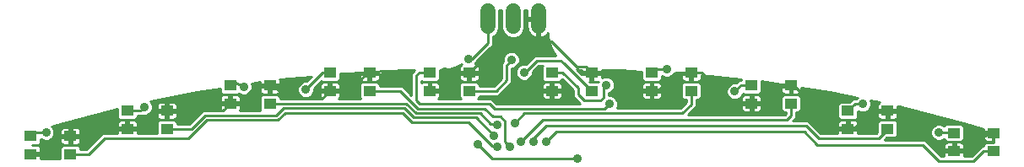
<source format=gbl>
G75*
%MOIN*%
%OFA0B0*%
%FSLAX25Y25*%
%IPPOS*%
%LPD*%
%AMOC8*
5,1,8,0,0,1.08239X$1,22.5*
%
%ADD10R,0.05000X0.03937*%
%ADD11C,0.06000*%
%ADD12C,0.03569*%
%ADD13C,0.01000*%
D10*
X0014768Y0026146D03*
X0030398Y0026106D03*
X0030398Y0033232D03*
X0014768Y0033232D03*
X0052898Y0036146D03*
X0068528Y0036106D03*
X0068528Y0043232D03*
X0052898Y0043232D03*
X0093528Y0046146D03*
X0109157Y0046106D03*
X0132907Y0051146D03*
X0148537Y0051106D03*
X0172287Y0051146D03*
X0187917Y0051106D03*
X0187917Y0058232D03*
X0172287Y0058232D03*
X0148537Y0058232D03*
X0132907Y0058232D03*
X0109157Y0053232D03*
X0093528Y0053232D03*
X0220575Y0051146D03*
X0236205Y0051106D03*
X0259955Y0051146D03*
X0275585Y0051106D03*
X0299335Y0053232D03*
X0314965Y0053232D03*
X0314965Y0046106D03*
X0299335Y0046146D03*
X0337465Y0043232D03*
X0353094Y0043232D03*
X0353094Y0036106D03*
X0337465Y0036146D03*
X0379344Y0034482D03*
X0394974Y0034482D03*
X0394974Y0027356D03*
X0379344Y0027396D03*
X0275585Y0058232D03*
X0259955Y0058232D03*
X0236205Y0058232D03*
X0220575Y0058232D03*
D11*
X0215255Y0076599D02*
X0215255Y0082599D01*
X0205255Y0082599D02*
X0205255Y0076599D01*
X0195255Y0076599D02*
X0195255Y0082599D01*
D12*
X0208911Y0070619D03*
X0204581Y0063439D03*
X0187661Y0063744D03*
X0178286Y0058744D03*
X0209581Y0058439D03*
X0227036Y0050619D03*
X0242081Y0053439D03*
X0243331Y0045939D03*
X0205831Y0038439D03*
X0198956Y0037814D03*
X0197706Y0033439D03*
X0208331Y0030939D03*
X0213331Y0030939D03*
X0218331Y0030939D03*
X0203956Y0029064D03*
X0198956Y0029064D03*
X0191411Y0029994D03*
X0230786Y0024369D03*
X0140161Y0050619D03*
X0123331Y0051564D03*
X0098862Y0052720D03*
X0059581Y0044689D03*
X0020831Y0034689D03*
X0265831Y0059689D03*
X0292706Y0050939D03*
X0343331Y0045939D03*
X0373331Y0034689D03*
D13*
X0018768Y0025661D02*
X0018768Y0024217D01*
X0026398Y0024217D01*
X0026398Y0028696D01*
X0027276Y0029575D01*
X0033519Y0029575D01*
X0034398Y0028696D01*
X0034398Y0028106D01*
X0036695Y0028106D01*
X0041911Y0033323D01*
X0043083Y0034494D01*
X0048898Y0034494D01*
X0048898Y0035661D01*
X0052413Y0035661D01*
X0052413Y0036630D01*
X0048898Y0036630D01*
X0048898Y0038312D01*
X0049000Y0038693D01*
X0049197Y0039035D01*
X0049477Y0039314D01*
X0049819Y0039512D01*
X0050200Y0039614D01*
X0052413Y0039614D01*
X0052413Y0036630D01*
X0053382Y0036630D01*
X0056898Y0036630D01*
X0056898Y0038312D01*
X0056795Y0038693D01*
X0056598Y0039035D01*
X0056319Y0039314D01*
X0055977Y0039512D01*
X0055595Y0039614D01*
X0053382Y0039614D01*
X0053382Y0036630D01*
X0053382Y0035661D01*
X0056898Y0035661D01*
X0056898Y0034494D01*
X0064528Y0034494D01*
X0064528Y0038696D01*
X0065406Y0039575D01*
X0071649Y0039575D01*
X0072528Y0038696D01*
X0072528Y0038106D01*
X0077320Y0038106D01*
X0081475Y0042261D01*
X0082646Y0043432D01*
X0089726Y0043432D01*
X0089630Y0043598D01*
X0089528Y0043980D01*
X0089528Y0045661D01*
X0093043Y0045661D01*
X0093043Y0046630D01*
X0089528Y0046630D01*
X0089528Y0048312D01*
X0089630Y0048693D01*
X0089827Y0049035D01*
X0090107Y0049314D01*
X0090449Y0049512D01*
X0090830Y0049614D01*
X0093043Y0049614D01*
X0093043Y0046630D01*
X0094012Y0046630D01*
X0097528Y0046630D01*
X0097528Y0048312D01*
X0097425Y0048693D01*
X0097228Y0049035D01*
X0096949Y0049314D01*
X0096607Y0049512D01*
X0096225Y0049614D01*
X0094012Y0049614D01*
X0094012Y0046630D01*
X0094012Y0045661D01*
X0097528Y0045661D01*
X0097528Y0043980D01*
X0097425Y0043598D01*
X0097330Y0043432D01*
X0105242Y0043432D01*
X0105157Y0043516D01*
X0105157Y0048696D01*
X0106036Y0049575D01*
X0112279Y0049575D01*
X0113157Y0048696D01*
X0113157Y0048106D01*
X0129357Y0048106D01*
X0129207Y0048256D01*
X0129010Y0048598D01*
X0128907Y0048980D01*
X0128907Y0050661D01*
X0132423Y0050661D01*
X0132423Y0051630D01*
X0128907Y0051630D01*
X0128907Y0053312D01*
X0129010Y0053693D01*
X0129207Y0054035D01*
X0129486Y0054314D01*
X0129828Y0054512D01*
X0130210Y0054614D01*
X0132423Y0054614D01*
X0132423Y0051630D01*
X0133392Y0051630D01*
X0136907Y0051630D01*
X0136907Y0053312D01*
X0136805Y0053693D01*
X0136608Y0054035D01*
X0136328Y0054314D01*
X0135986Y0054512D01*
X0135605Y0054614D01*
X0133392Y0054614D01*
X0133392Y0051630D01*
X0133392Y0050661D01*
X0136907Y0050661D01*
X0136907Y0048980D01*
X0136805Y0048598D01*
X0136608Y0048256D01*
X0136458Y0048106D01*
X0144948Y0048106D01*
X0144537Y0048516D01*
X0144537Y0053696D01*
X0145416Y0054575D01*
X0151659Y0054575D01*
X0152537Y0053696D01*
X0152537Y0053106D01*
X0161446Y0053106D01*
X0162618Y0051935D01*
X0165081Y0049472D01*
X0165081Y0058017D01*
X0166323Y0059259D01*
X0162830Y0059215D01*
X0149022Y0058507D01*
X0149022Y0057748D01*
X0152537Y0057748D01*
X0152537Y0056066D01*
X0152435Y0055685D01*
X0152238Y0055343D01*
X0151958Y0055063D01*
X0151616Y0054866D01*
X0151235Y0054764D01*
X0149022Y0054764D01*
X0149022Y0057748D01*
X0148053Y0057748D01*
X0144537Y0057748D01*
X0144537Y0056066D01*
X0144640Y0055685D01*
X0144837Y0055343D01*
X0145116Y0055063D01*
X0145458Y0054866D01*
X0145840Y0054764D01*
X0148053Y0054764D01*
X0148053Y0057748D01*
X0148053Y0058458D01*
X0136907Y0057887D01*
X0136907Y0055642D01*
X0136029Y0054764D01*
X0129786Y0054764D01*
X0129573Y0054977D01*
X0126615Y0052020D01*
X0126615Y0050911D01*
X0126115Y0049704D01*
X0125191Y0048780D01*
X0123984Y0048280D01*
X0122677Y0048280D01*
X0121470Y0048780D01*
X0120546Y0049704D01*
X0120046Y0050911D01*
X0120046Y0052217D01*
X0120546Y0053424D01*
X0121470Y0054348D01*
X0122677Y0054848D01*
X0123787Y0054848D01*
X0125773Y0056834D01*
X0113121Y0055535D01*
X0113157Y0055398D01*
X0113157Y0053717D01*
X0109642Y0053717D01*
X0109642Y0052748D01*
X0113157Y0052748D01*
X0113157Y0051066D01*
X0113055Y0050685D01*
X0112858Y0050343D01*
X0112578Y0050063D01*
X0112236Y0049866D01*
X0111855Y0049764D01*
X0109642Y0049764D01*
X0109642Y0052748D01*
X0108673Y0052748D01*
X0105157Y0052748D01*
X0105157Y0051066D01*
X0105260Y0050685D01*
X0105457Y0050343D01*
X0105736Y0050063D01*
X0106078Y0049866D01*
X0106460Y0049764D01*
X0108673Y0049764D01*
X0108673Y0052748D01*
X0108673Y0053717D01*
X0105157Y0053717D01*
X0105157Y0054592D01*
X0101853Y0054081D01*
X0102146Y0053374D01*
X0102146Y0052067D01*
X0101646Y0050860D01*
X0100723Y0049936D01*
X0099515Y0049436D01*
X0098209Y0049436D01*
X0097002Y0049936D01*
X0096912Y0050026D01*
X0096649Y0049764D01*
X0090406Y0049764D01*
X0089528Y0050642D01*
X0089528Y0052173D01*
X0080139Y0050721D01*
X0061967Y0046947D01*
X0062365Y0046549D01*
X0062865Y0045342D01*
X0062865Y0044036D01*
X0062365Y0042829D01*
X0061441Y0041905D01*
X0060234Y0041405D01*
X0059125Y0041405D01*
X0058952Y0041232D01*
X0056898Y0041232D01*
X0056898Y0040642D01*
X0056019Y0039764D01*
X0049776Y0039764D01*
X0048898Y0040642D01*
X0048898Y0044013D01*
X0026156Y0038063D01*
X0023045Y0037120D01*
X0023615Y0036549D01*
X0024115Y0035342D01*
X0024115Y0034036D01*
X0023615Y0032829D01*
X0022691Y0031905D01*
X0021484Y0031405D01*
X0020177Y0031405D01*
X0018970Y0031905D01*
X0018768Y0032107D01*
X0018768Y0030642D01*
X0017889Y0029764D01*
X0015358Y0029764D01*
X0015358Y0029614D01*
X0017465Y0029614D01*
X0017847Y0029512D01*
X0018189Y0029314D01*
X0018468Y0029035D01*
X0018665Y0028693D01*
X0018768Y0028312D01*
X0018768Y0026630D01*
X0015358Y0026630D01*
X0015358Y0025661D01*
X0018768Y0025661D01*
X0018537Y0026146D02*
X0025831Y0033439D01*
X0030191Y0033439D01*
X0030398Y0033232D01*
X0039374Y0033232D01*
X0042081Y0035939D01*
X0052691Y0035939D01*
X0052898Y0036146D01*
X0057287Y0036146D01*
X0064581Y0043439D01*
X0068321Y0043439D01*
X0068528Y0043232D01*
X0090614Y0043232D01*
X0093528Y0046146D01*
X0097287Y0046146D01*
X0104581Y0053439D01*
X0108951Y0053439D01*
X0109157Y0053232D01*
X0110673Y0053232D01*
X0115999Y0047906D01*
X0129668Y0047906D01*
X0132907Y0051146D01*
X0136037Y0051146D01*
X0143331Y0058439D01*
X0148331Y0058439D01*
X0148537Y0058232D01*
X0147775Y0058232D01*
X0140161Y0050619D01*
X0136907Y0049743D02*
X0144537Y0049743D01*
X0144537Y0050741D02*
X0133392Y0050741D01*
X0132423Y0050741D02*
X0126545Y0050741D01*
X0126615Y0051740D02*
X0128907Y0051740D01*
X0128907Y0052738D02*
X0127333Y0052738D01*
X0128332Y0053737D02*
X0129035Y0053737D01*
X0129330Y0054735D02*
X0165081Y0054735D01*
X0165081Y0053737D02*
X0152497Y0053737D01*
X0152448Y0055734D02*
X0165081Y0055734D01*
X0165081Y0056732D02*
X0152537Y0056732D01*
X0152537Y0057731D02*
X0165081Y0057731D01*
X0165793Y0058729D02*
X0153353Y0058729D01*
X0149022Y0057731D02*
X0148053Y0057731D01*
X0148053Y0056732D02*
X0149022Y0056732D01*
X0149022Y0055734D02*
X0148053Y0055734D01*
X0144627Y0055734D02*
X0136907Y0055734D01*
X0136907Y0056732D02*
X0144537Y0056732D01*
X0144537Y0057731D02*
X0136907Y0057731D01*
X0132907Y0058232D02*
X0129999Y0058232D01*
X0123331Y0051564D01*
X0120046Y0051740D02*
X0113157Y0051740D01*
X0113157Y0052738D02*
X0120262Y0052738D01*
X0120859Y0053737D02*
X0113157Y0053737D01*
X0113157Y0054735D02*
X0122404Y0054735D01*
X0124672Y0055734D02*
X0115058Y0055734D01*
X0124778Y0056732D02*
X0125671Y0056732D01*
X0132423Y0053737D02*
X0133392Y0053737D01*
X0133392Y0052738D02*
X0132423Y0052738D01*
X0132423Y0051740D02*
X0133392Y0051740D01*
X0136907Y0051740D02*
X0144537Y0051740D01*
X0144537Y0052738D02*
X0136907Y0052738D01*
X0136780Y0053737D02*
X0144578Y0053737D01*
X0148537Y0051106D02*
X0160618Y0051106D01*
X0167585Y0044139D01*
X0194029Y0044139D01*
X0197270Y0040898D01*
X0200233Y0040898D01*
X0202040Y0039092D01*
X0202040Y0030980D01*
X0203956Y0029064D01*
X0199276Y0029369D02*
X0198956Y0029064D01*
X0199276Y0029369D02*
X0197036Y0029369D01*
X0187667Y0038739D01*
X0165348Y0038739D01*
X0161581Y0042506D01*
X0115219Y0042506D01*
X0112345Y0039632D01*
X0084220Y0039632D01*
X0077082Y0032494D01*
X0043911Y0032494D01*
X0037524Y0026106D01*
X0030398Y0026106D01*
X0026398Y0025778D02*
X0015358Y0025778D01*
X0014768Y0026146D02*
X0018537Y0026146D01*
X0018768Y0026777D02*
X0026398Y0026777D01*
X0026398Y0027775D02*
X0018768Y0027775D01*
X0018619Y0028774D02*
X0026475Y0028774D01*
X0027319Y0029866D02*
X0027700Y0029764D01*
X0029913Y0029764D01*
X0029913Y0032748D01*
X0026398Y0032748D01*
X0026398Y0031066D01*
X0026500Y0030685D01*
X0026697Y0030343D01*
X0026977Y0030063D01*
X0027319Y0029866D01*
X0027668Y0029772D02*
X0017898Y0029772D01*
X0018768Y0030771D02*
X0026477Y0030771D01*
X0026398Y0031769D02*
X0022364Y0031769D01*
X0023554Y0032768D02*
X0029913Y0032768D01*
X0029913Y0032748D02*
X0029913Y0033717D01*
X0029913Y0036701D01*
X0027700Y0036701D01*
X0027319Y0036599D01*
X0026977Y0036401D01*
X0026697Y0036122D01*
X0026500Y0035780D01*
X0026398Y0035398D01*
X0026398Y0033717D01*
X0029913Y0033717D01*
X0030882Y0033717D01*
X0030882Y0036701D01*
X0033095Y0036701D01*
X0033477Y0036599D01*
X0033819Y0036401D01*
X0034098Y0036122D01*
X0034295Y0035780D01*
X0034398Y0035398D01*
X0034398Y0033717D01*
X0030882Y0033717D01*
X0030882Y0032748D01*
X0034398Y0032748D01*
X0034398Y0031066D01*
X0034295Y0030685D01*
X0034098Y0030343D01*
X0033819Y0030063D01*
X0033477Y0029866D01*
X0033095Y0029764D01*
X0030882Y0029764D01*
X0030882Y0032748D01*
X0029913Y0032748D01*
X0030882Y0032768D02*
X0041357Y0032768D01*
X0042355Y0033766D02*
X0034398Y0033766D01*
X0034398Y0034765D02*
X0048898Y0034765D01*
X0052413Y0035763D02*
X0034300Y0035763D01*
X0030882Y0035763D02*
X0029913Y0035763D01*
X0029913Y0034765D02*
X0030882Y0034765D01*
X0030882Y0033766D02*
X0029913Y0033766D01*
X0026398Y0033766D02*
X0024003Y0033766D01*
X0024115Y0034765D02*
X0026398Y0034765D01*
X0026495Y0035763D02*
X0023940Y0035763D01*
X0023402Y0036762D02*
X0048898Y0036762D01*
X0048898Y0037760D02*
X0025159Y0037760D01*
X0028817Y0038759D02*
X0049038Y0038759D01*
X0052413Y0038759D02*
X0053382Y0038759D01*
X0053382Y0037760D02*
X0052413Y0037760D01*
X0052413Y0036762D02*
X0053382Y0036762D01*
X0053382Y0035763D02*
X0064528Y0035763D01*
X0064528Y0034765D02*
X0056898Y0034765D01*
X0056898Y0036762D02*
X0064528Y0036762D01*
X0064528Y0037760D02*
X0056898Y0037760D01*
X0056757Y0038759D02*
X0064590Y0038759D01*
X0065449Y0039866D02*
X0065830Y0039764D01*
X0068043Y0039764D01*
X0068043Y0042748D01*
X0064528Y0042748D01*
X0064528Y0041066D01*
X0064630Y0040685D01*
X0064827Y0040343D01*
X0065107Y0040063D01*
X0065449Y0039866D01*
X0064611Y0040756D02*
X0056898Y0040756D01*
X0061078Y0041755D02*
X0064528Y0041755D01*
X0062289Y0042753D02*
X0068043Y0042753D01*
X0068043Y0042748D02*
X0068043Y0043717D01*
X0068043Y0046701D01*
X0065830Y0046701D01*
X0065449Y0046599D01*
X0065107Y0046401D01*
X0064827Y0046122D01*
X0064630Y0045780D01*
X0064528Y0045398D01*
X0064528Y0043717D01*
X0068043Y0043717D01*
X0069012Y0043717D01*
X0069012Y0046701D01*
X0071225Y0046701D01*
X0071607Y0046599D01*
X0071949Y0046401D01*
X0072228Y0046122D01*
X0072425Y0045780D01*
X0072528Y0045398D01*
X0072528Y0043717D01*
X0069012Y0043717D01*
X0069012Y0042748D01*
X0072528Y0042748D01*
X0072528Y0041066D01*
X0072425Y0040685D01*
X0072228Y0040343D01*
X0071949Y0040063D01*
X0071607Y0039866D01*
X0071225Y0039764D01*
X0069012Y0039764D01*
X0069012Y0042748D01*
X0068043Y0042748D01*
X0069012Y0042753D02*
X0081967Y0042753D01*
X0080968Y0041755D02*
X0072528Y0041755D01*
X0072444Y0040756D02*
X0079970Y0040756D01*
X0078971Y0039757D02*
X0032633Y0039757D01*
X0036450Y0040756D02*
X0048898Y0040756D01*
X0048898Y0041755D02*
X0040266Y0041755D01*
X0044082Y0042753D02*
X0048898Y0042753D01*
X0048898Y0043752D02*
X0047899Y0043752D01*
X0052898Y0043232D02*
X0058124Y0043232D01*
X0059581Y0044689D01*
X0062865Y0044750D02*
X0064528Y0044750D01*
X0064528Y0043752D02*
X0062747Y0043752D01*
X0062697Y0045749D02*
X0064621Y0045749D01*
X0062167Y0046747D02*
X0089528Y0046747D01*
X0089528Y0047746D02*
X0065811Y0047746D01*
X0068043Y0045749D02*
X0069012Y0045749D01*
X0069012Y0044750D02*
X0068043Y0044750D01*
X0068043Y0043752D02*
X0069012Y0043752D01*
X0072528Y0043752D02*
X0089589Y0043752D01*
X0089528Y0044750D02*
X0072528Y0044750D01*
X0072434Y0045749D02*
X0093043Y0045749D01*
X0094012Y0045749D02*
X0105157Y0045749D01*
X0105157Y0046747D02*
X0097528Y0046747D01*
X0097528Y0047746D02*
X0105157Y0047746D01*
X0109157Y0046106D02*
X0163072Y0046106D01*
X0166840Y0042339D01*
X0192192Y0042339D01*
X0196411Y0038119D01*
X0198651Y0038119D01*
X0198956Y0037814D01*
X0205831Y0038439D02*
X0209581Y0042189D01*
X0272081Y0042189D01*
X0275585Y0045693D01*
X0275585Y0051106D01*
X0279585Y0050741D02*
X0289421Y0050741D01*
X0289421Y0050286D02*
X0289421Y0051592D01*
X0289921Y0052799D01*
X0290845Y0053723D01*
X0292052Y0054223D01*
X0293162Y0054223D01*
X0294377Y0055439D01*
X0295335Y0055439D01*
X0295335Y0055743D01*
X0279585Y0057361D01*
X0279585Y0056066D01*
X0279482Y0055685D01*
X0279285Y0055343D01*
X0279006Y0055063D01*
X0278664Y0054866D01*
X0278282Y0054764D01*
X0276069Y0054764D01*
X0276069Y0057722D01*
X0275813Y0057748D01*
X0275100Y0057748D01*
X0271585Y0057748D01*
X0271585Y0056066D01*
X0271687Y0055685D01*
X0271884Y0055343D01*
X0272164Y0055063D01*
X0272506Y0054866D01*
X0272887Y0054764D01*
X0275100Y0054764D01*
X0275100Y0057748D01*
X0275100Y0057809D01*
X0268742Y0058134D01*
X0268615Y0057829D01*
X0267691Y0056905D01*
X0266484Y0056405D01*
X0265177Y0056405D01*
X0263970Y0056905D01*
X0263955Y0056920D01*
X0263955Y0055642D01*
X0263076Y0054764D01*
X0256833Y0054764D01*
X0255955Y0055642D01*
X0255955Y0058789D01*
X0247650Y0059215D01*
X0240205Y0059310D01*
X0240205Y0058717D01*
X0236689Y0058717D01*
X0236689Y0057748D01*
X0236689Y0054764D01*
X0238902Y0054764D01*
X0239096Y0054816D01*
X0238996Y0054575D01*
X0235565Y0054575D01*
X0235376Y0054764D01*
X0235720Y0054764D01*
X0235720Y0057748D01*
X0232391Y0057748D01*
X0230356Y0059783D01*
X0231816Y0059392D01*
X0232205Y0059392D01*
X0232205Y0058717D01*
X0235720Y0058717D01*
X0235720Y0057748D01*
X0236689Y0057748D01*
X0240205Y0057748D01*
X0240205Y0056208D01*
X0240220Y0056223D01*
X0241427Y0056723D01*
X0242734Y0056723D01*
X0243941Y0056223D01*
X0244865Y0055299D01*
X0245365Y0054092D01*
X0245365Y0052786D01*
X0244865Y0051579D01*
X0243941Y0050655D01*
X0242831Y0050195D01*
X0242831Y0049223D01*
X0243984Y0049223D01*
X0245191Y0048723D01*
X0246115Y0047799D01*
X0246615Y0046592D01*
X0246615Y0045286D01*
X0246161Y0044189D01*
X0271252Y0044189D01*
X0273585Y0046521D01*
X0273585Y0047638D01*
X0272463Y0047638D01*
X0271585Y0048516D01*
X0271585Y0053696D01*
X0272463Y0054575D01*
X0278706Y0054575D01*
X0279585Y0053696D01*
X0279585Y0048516D01*
X0278706Y0047638D01*
X0277585Y0047638D01*
X0277585Y0044864D01*
X0274409Y0041689D01*
X0312502Y0041689D01*
X0312965Y0042151D01*
X0312965Y0042638D01*
X0311843Y0042638D01*
X0310965Y0043516D01*
X0310965Y0048696D01*
X0311843Y0049575D01*
X0318086Y0049575D01*
X0318965Y0048696D01*
X0318965Y0043516D01*
X0318086Y0042638D01*
X0316965Y0042638D01*
X0316965Y0040494D01*
X0315659Y0039189D01*
X0321659Y0039189D01*
X0322831Y0038017D01*
X0322831Y0038017D01*
X0326659Y0034189D01*
X0333465Y0034189D01*
X0333465Y0035661D01*
X0336980Y0035661D01*
X0336980Y0036630D01*
X0333465Y0036630D01*
X0333465Y0038312D01*
X0333567Y0038693D01*
X0333764Y0039035D01*
X0334044Y0039314D01*
X0334386Y0039512D01*
X0334767Y0039614D01*
X0336980Y0039614D01*
X0336980Y0036630D01*
X0337949Y0036630D01*
X0341465Y0036630D01*
X0341465Y0038312D01*
X0341362Y0038693D01*
X0341165Y0039035D01*
X0340886Y0039314D01*
X0340544Y0039512D01*
X0340162Y0039614D01*
X0337949Y0039614D01*
X0337949Y0036630D01*
X0337949Y0035661D01*
X0341465Y0035661D01*
X0341465Y0034189D01*
X0348752Y0034189D01*
X0349094Y0034531D01*
X0349094Y0038696D01*
X0349973Y0039575D01*
X0356216Y0039575D01*
X0357094Y0038696D01*
X0357094Y0033516D01*
X0356216Y0032638D01*
X0352858Y0032638D01*
X0352742Y0032522D01*
X0352742Y0032522D01*
X0351909Y0031689D01*
X0367909Y0031689D01*
X0369081Y0030517D01*
X0374159Y0025439D01*
X0375344Y0025439D01*
X0375344Y0026911D01*
X0378860Y0026911D01*
X0378860Y0027880D01*
X0375344Y0027880D01*
X0375344Y0029562D01*
X0375447Y0029943D01*
X0375644Y0030285D01*
X0375923Y0030564D01*
X0376266Y0030762D01*
X0376647Y0030864D01*
X0378860Y0030864D01*
X0378860Y0027880D01*
X0379829Y0027880D01*
X0383344Y0027880D01*
X0383344Y0029562D01*
X0383242Y0029943D01*
X0383045Y0030285D01*
X0382766Y0030564D01*
X0382423Y0030762D01*
X0382042Y0030864D01*
X0379829Y0030864D01*
X0379829Y0027880D01*
X0379829Y0026911D01*
X0383344Y0026911D01*
X0383344Y0025439D01*
X0386252Y0025439D01*
X0390170Y0029356D01*
X0390974Y0029356D01*
X0390974Y0029946D01*
X0391853Y0030825D01*
X0395122Y0030825D01*
X0395122Y0033998D01*
X0394490Y0033998D01*
X0390974Y0033998D01*
X0390974Y0032316D01*
X0391077Y0031935D01*
X0391274Y0031593D01*
X0391553Y0031313D01*
X0391895Y0031116D01*
X0392277Y0031014D01*
X0394490Y0031014D01*
X0394490Y0033998D01*
X0394490Y0034967D01*
X0390974Y0034967D01*
X0390974Y0036047D01*
X0384325Y0038063D01*
X0357495Y0045082D01*
X0357094Y0045166D01*
X0357094Y0043717D01*
X0353579Y0043717D01*
X0353579Y0042748D01*
X0357094Y0042748D01*
X0357094Y0041066D01*
X0356992Y0040685D01*
X0356795Y0040343D01*
X0356516Y0040063D01*
X0356173Y0039866D01*
X0355792Y0039764D01*
X0353579Y0039764D01*
X0353579Y0042748D01*
X0352610Y0042748D01*
X0349094Y0042748D01*
X0349094Y0041066D01*
X0349197Y0040685D01*
X0349394Y0040343D01*
X0349673Y0040063D01*
X0350016Y0039866D01*
X0350397Y0039764D01*
X0352610Y0039764D01*
X0352610Y0042748D01*
X0352610Y0043717D01*
X0349094Y0043717D01*
X0349094Y0045398D01*
X0349197Y0045780D01*
X0349394Y0046122D01*
X0349673Y0046401D01*
X0350016Y0046599D01*
X0350093Y0046619D01*
X0346275Y0047412D01*
X0346615Y0046592D01*
X0346615Y0045286D01*
X0346115Y0044079D01*
X0345191Y0043155D01*
X0343984Y0042655D01*
X0342677Y0042655D01*
X0341470Y0043155D01*
X0341465Y0043161D01*
X0341465Y0040642D01*
X0340586Y0039764D01*
X0334343Y0039764D01*
X0333465Y0040642D01*
X0333465Y0045822D01*
X0334343Y0046701D01*
X0338105Y0046701D01*
X0339343Y0047939D01*
X0340686Y0047939D01*
X0341211Y0048464D01*
X0330341Y0050721D01*
X0318965Y0052481D01*
X0318965Y0051066D01*
X0318862Y0050685D01*
X0318665Y0050343D01*
X0318386Y0050063D01*
X0318044Y0049866D01*
X0317662Y0049764D01*
X0315449Y0049764D01*
X0315449Y0052748D01*
X0314480Y0052748D01*
X0310965Y0052748D01*
X0310965Y0051066D01*
X0311067Y0050685D01*
X0311264Y0050343D01*
X0311544Y0050063D01*
X0311886Y0049866D01*
X0312267Y0049764D01*
X0314480Y0049764D01*
X0314480Y0052748D01*
X0314480Y0053175D01*
X0310982Y0053717D01*
X0310965Y0053717D01*
X0310965Y0053719D01*
X0303335Y0054900D01*
X0303335Y0050642D01*
X0302456Y0049764D01*
X0296213Y0049764D01*
X0295903Y0050075D01*
X0295490Y0049079D01*
X0294566Y0048155D01*
X0293359Y0047655D01*
X0292052Y0047655D01*
X0290845Y0048155D01*
X0289921Y0049079D01*
X0289421Y0050286D01*
X0289646Y0049743D02*
X0279585Y0049743D01*
X0279585Y0048744D02*
X0290256Y0048744D01*
X0295155Y0048744D02*
X0295466Y0048744D01*
X0295437Y0048693D02*
X0295634Y0049035D01*
X0295914Y0049314D01*
X0296256Y0049512D01*
X0296637Y0049614D01*
X0298850Y0049614D01*
X0298850Y0046630D01*
X0298850Y0045661D01*
X0299819Y0045661D01*
X0299819Y0042677D01*
X0302032Y0042677D01*
X0302414Y0042779D01*
X0302756Y0042977D01*
X0303035Y0043256D01*
X0303232Y0043598D01*
X0303335Y0043980D01*
X0303335Y0045661D01*
X0299819Y0045661D01*
X0299819Y0046630D01*
X0303335Y0046630D01*
X0303335Y0048312D01*
X0303232Y0048693D01*
X0303035Y0049035D01*
X0302756Y0049314D01*
X0302414Y0049512D01*
X0302032Y0049614D01*
X0299819Y0049614D01*
X0299819Y0046630D01*
X0298850Y0046630D01*
X0295335Y0046630D01*
X0295335Y0048312D01*
X0295437Y0048693D01*
X0295335Y0047746D02*
X0293578Y0047746D01*
X0291833Y0047746D02*
X0278814Y0047746D01*
X0277585Y0046747D02*
X0295335Y0046747D01*
X0295335Y0045661D02*
X0295335Y0043980D01*
X0295437Y0043598D01*
X0295634Y0043256D01*
X0295914Y0042977D01*
X0296256Y0042779D01*
X0296637Y0042677D01*
X0298850Y0042677D01*
X0298850Y0045661D01*
X0295335Y0045661D01*
X0295335Y0044750D02*
X0277470Y0044750D01*
X0277585Y0045749D02*
X0298850Y0045749D01*
X0299128Y0045939D02*
X0299335Y0046146D01*
X0302287Y0046146D01*
X0309581Y0053439D01*
X0314758Y0053439D01*
X0314965Y0053232D01*
X0316037Y0053232D01*
X0333331Y0035939D01*
X0337258Y0035939D01*
X0337465Y0036146D01*
X0339787Y0036146D01*
X0347081Y0043439D01*
X0352888Y0043439D01*
X0353094Y0043232D01*
X0357287Y0043232D01*
X0373331Y0027189D01*
X0376638Y0027189D01*
X0379344Y0027396D01*
X0382287Y0027396D01*
X0388331Y0033439D01*
X0391431Y0033439D01*
X0394974Y0034482D01*
X0394490Y0034765D02*
X0383344Y0034765D01*
X0383344Y0035763D02*
X0390974Y0035763D01*
X0388616Y0036762D02*
X0383344Y0036762D01*
X0383344Y0037072D02*
X0382466Y0037951D01*
X0376223Y0037951D01*
X0375468Y0037196D01*
X0375191Y0037473D01*
X0373984Y0037973D01*
X0372677Y0037973D01*
X0371470Y0037473D01*
X0370546Y0036549D01*
X0370046Y0035342D01*
X0370046Y0034036D01*
X0370546Y0032829D01*
X0371470Y0031905D01*
X0372677Y0031405D01*
X0373984Y0031405D01*
X0375191Y0031905D01*
X0375344Y0032058D01*
X0375344Y0031892D01*
X0376223Y0031014D01*
X0382466Y0031014D01*
X0383344Y0031892D01*
X0383344Y0037072D01*
X0382656Y0037760D02*
X0385322Y0037760D01*
X0381663Y0038759D02*
X0357032Y0038759D01*
X0357094Y0037760D02*
X0372164Y0037760D01*
X0370759Y0036762D02*
X0357094Y0036762D01*
X0357094Y0035763D02*
X0370221Y0035763D01*
X0370046Y0034765D02*
X0357094Y0034765D01*
X0357094Y0033766D02*
X0370158Y0033766D01*
X0370607Y0032768D02*
X0356346Y0032768D01*
X0351990Y0031769D02*
X0371797Y0031769D01*
X0374864Y0031769D02*
X0375468Y0031769D01*
X0376299Y0030771D02*
X0368827Y0030771D01*
X0369826Y0029772D02*
X0375401Y0029772D01*
X0375344Y0028774D02*
X0370824Y0028774D01*
X0371823Y0027775D02*
X0378860Y0027775D01*
X0379829Y0027775D02*
X0388589Y0027775D01*
X0387590Y0026777D02*
X0383344Y0026777D01*
X0383344Y0025778D02*
X0386592Y0025778D01*
X0387081Y0023439D02*
X0373331Y0023439D01*
X0367081Y0029689D01*
X0325467Y0029689D01*
X0320161Y0034994D01*
X0222386Y0034994D01*
X0218331Y0030939D01*
X0213331Y0030939D02*
X0213331Y0032189D01*
X0218331Y0037189D01*
X0320831Y0037189D01*
X0325831Y0032189D01*
X0349581Y0032189D01*
X0351913Y0034522D01*
X0351913Y0036106D01*
X0353094Y0036106D01*
X0349094Y0035763D02*
X0337949Y0035763D01*
X0336980Y0035763D02*
X0325085Y0035763D01*
X0326083Y0034765D02*
X0333465Y0034765D01*
X0333465Y0036762D02*
X0324086Y0036762D01*
X0323088Y0037760D02*
X0333465Y0037760D01*
X0333605Y0038759D02*
X0322089Y0038759D01*
X0316228Y0039757D02*
X0377847Y0039757D01*
X0374031Y0040756D02*
X0357011Y0040756D01*
X0357094Y0041755D02*
X0370214Y0041755D01*
X0366398Y0042753D02*
X0353579Y0042753D01*
X0352610Y0042753D02*
X0344221Y0042753D01*
X0342440Y0042753D02*
X0341465Y0042753D01*
X0341465Y0041755D02*
X0349094Y0041755D01*
X0349178Y0040756D02*
X0341465Y0040756D01*
X0341324Y0038759D02*
X0349157Y0038759D01*
X0349094Y0037760D02*
X0341465Y0037760D01*
X0341465Y0036762D02*
X0349094Y0036762D01*
X0349094Y0034765D02*
X0341465Y0034765D01*
X0337949Y0036762D02*
X0336980Y0036762D01*
X0336980Y0037760D02*
X0337949Y0037760D01*
X0337949Y0038759D02*
X0336980Y0038759D01*
X0333465Y0040756D02*
X0316965Y0040756D01*
X0316965Y0041755D02*
X0333465Y0041755D01*
X0333465Y0042753D02*
X0318201Y0042753D01*
X0318965Y0043752D02*
X0333465Y0043752D01*
X0333465Y0044750D02*
X0318965Y0044750D01*
X0318965Y0045749D02*
X0333465Y0045749D01*
X0338151Y0046747D02*
X0318965Y0046747D01*
X0318965Y0047746D02*
X0339149Y0047746D01*
X0340171Y0045939D02*
X0337465Y0043232D01*
X0345788Y0043752D02*
X0349094Y0043752D01*
X0349094Y0044750D02*
X0346393Y0044750D01*
X0346615Y0045749D02*
X0349188Y0045749D01*
X0349478Y0046747D02*
X0346551Y0046747D01*
X0343331Y0045939D02*
X0340171Y0045939D01*
X0339860Y0048744D02*
X0318917Y0048744D01*
X0311013Y0048744D02*
X0303203Y0048744D01*
X0299819Y0048744D02*
X0298850Y0048744D01*
X0295765Y0049743D02*
X0335051Y0049743D01*
X0330208Y0050741D02*
X0318877Y0050741D01*
X0318965Y0051740D02*
X0323756Y0051740D01*
X0315449Y0051740D02*
X0314480Y0051740D01*
X0314480Y0052738D02*
X0315449Y0052738D01*
X0310965Y0052738D02*
X0303335Y0052738D01*
X0303335Y0051740D02*
X0310965Y0051740D01*
X0311052Y0050741D02*
X0303335Y0050741D01*
X0299335Y0053232D02*
X0299128Y0053439D01*
X0295206Y0053439D01*
X0292706Y0050939D01*
X0289483Y0051740D02*
X0279585Y0051740D01*
X0279585Y0052738D02*
X0289896Y0052738D01*
X0290878Y0053737D02*
X0279544Y0053737D01*
X0279495Y0055734D02*
X0295335Y0055734D01*
X0293673Y0054735D02*
X0245099Y0054735D01*
X0245365Y0053737D02*
X0256082Y0053737D01*
X0256057Y0053693D02*
X0255955Y0053312D01*
X0255955Y0051630D01*
X0259470Y0051630D01*
X0259470Y0050661D01*
X0255955Y0050661D01*
X0255955Y0048980D01*
X0256057Y0048598D01*
X0256254Y0048256D01*
X0256534Y0047977D01*
X0256876Y0047779D01*
X0257257Y0047677D01*
X0259470Y0047677D01*
X0259470Y0050661D01*
X0260439Y0050661D01*
X0260439Y0047677D01*
X0262652Y0047677D01*
X0263034Y0047779D01*
X0263376Y0047977D01*
X0263655Y0048256D01*
X0263852Y0048598D01*
X0263955Y0048980D01*
X0263955Y0050661D01*
X0260439Y0050661D01*
X0260439Y0051630D01*
X0259470Y0051630D01*
X0259470Y0054614D01*
X0257257Y0054614D01*
X0256876Y0054512D01*
X0256534Y0054314D01*
X0256254Y0054035D01*
X0256057Y0053693D01*
X0255955Y0052738D02*
X0245345Y0052738D01*
X0244932Y0051740D02*
X0255955Y0051740D01*
X0259470Y0051740D02*
X0260439Y0051740D01*
X0260439Y0051630D02*
X0260439Y0054614D01*
X0262652Y0054614D01*
X0263034Y0054512D01*
X0263376Y0054314D01*
X0263655Y0054035D01*
X0263852Y0053693D01*
X0263955Y0053312D01*
X0263955Y0051630D01*
X0260439Y0051630D01*
X0259955Y0051146D02*
X0262287Y0051146D01*
X0269581Y0058439D01*
X0275378Y0058439D01*
X0275585Y0058232D01*
X0279787Y0058232D01*
X0292081Y0045939D01*
X0299128Y0045939D01*
X0299819Y0045749D02*
X0310965Y0045749D01*
X0310965Y0046747D02*
X0303335Y0046747D01*
X0303335Y0047746D02*
X0310965Y0047746D01*
X0314965Y0046106D02*
X0314965Y0041323D01*
X0313331Y0039689D01*
X0217081Y0039689D01*
X0208331Y0030939D01*
X0197706Y0033439D02*
X0190606Y0040539D01*
X0166094Y0040539D01*
X0162327Y0044306D01*
X0114474Y0044306D01*
X0111600Y0041432D01*
X0083475Y0041432D01*
X0078149Y0036106D01*
X0068528Y0036106D01*
X0069945Y0034689D01*
X0072465Y0038759D02*
X0077973Y0038759D01*
X0069012Y0040756D02*
X0068043Y0040756D01*
X0068043Y0041755D02*
X0069012Y0041755D01*
X0093043Y0046747D02*
X0094012Y0046747D01*
X0094012Y0047746D02*
X0093043Y0047746D01*
X0093043Y0048744D02*
X0094012Y0048744D01*
X0097396Y0048744D02*
X0105205Y0048744D01*
X0113109Y0048744D02*
X0121556Y0048744D01*
X0120530Y0049743D02*
X0100255Y0049743D01*
X0101527Y0050741D02*
X0105245Y0050741D01*
X0105157Y0051740D02*
X0102011Y0051740D01*
X0102146Y0052738D02*
X0105157Y0052738D01*
X0105157Y0053737D02*
X0101996Y0053737D01*
X0098862Y0052720D02*
X0094984Y0054689D01*
X0093528Y0053232D01*
X0089528Y0051740D02*
X0086724Y0051740D01*
X0089528Y0050741D02*
X0080272Y0050741D01*
X0075429Y0049743D02*
X0097469Y0049743D01*
X0089659Y0048744D02*
X0070620Y0048744D01*
X0097528Y0044750D02*
X0105157Y0044750D01*
X0105157Y0043752D02*
X0097466Y0043752D01*
X0125105Y0048744D02*
X0128971Y0048744D01*
X0128907Y0049743D02*
X0126131Y0049743D01*
X0120117Y0050741D02*
X0113070Y0050741D01*
X0109642Y0050741D02*
X0108673Y0050741D01*
X0108673Y0051740D02*
X0109642Y0051740D01*
X0109642Y0052738D02*
X0108673Y0052738D01*
X0136844Y0048744D02*
X0144537Y0048744D01*
X0161814Y0052738D02*
X0165081Y0052738D01*
X0165081Y0051740D02*
X0162813Y0051740D01*
X0163811Y0050741D02*
X0165081Y0050741D01*
X0165081Y0049743D02*
X0164810Y0049743D01*
X0171803Y0051630D02*
X0171803Y0054614D01*
X0169590Y0054614D01*
X0169208Y0054512D01*
X0169081Y0054438D01*
X0169081Y0054849D01*
X0169166Y0054764D01*
X0175409Y0054764D01*
X0176287Y0055642D01*
X0176287Y0059387D01*
X0176697Y0059392D01*
X0178664Y0059392D01*
X0182464Y0060410D01*
X0184928Y0061833D01*
X0185094Y0061667D01*
X0184838Y0061599D01*
X0184496Y0061401D01*
X0184217Y0061122D01*
X0184020Y0060780D01*
X0183917Y0060398D01*
X0183917Y0058717D01*
X0187433Y0058717D01*
X0187433Y0057748D01*
X0183917Y0057748D01*
X0183917Y0056066D01*
X0184020Y0055685D01*
X0184217Y0055343D01*
X0184496Y0055063D01*
X0184838Y0054866D01*
X0185220Y0054764D01*
X0187433Y0054764D01*
X0187433Y0057748D01*
X0188402Y0057748D01*
X0188402Y0058717D01*
X0191917Y0058717D01*
X0191917Y0060398D01*
X0191815Y0060780D01*
X0191618Y0061122D01*
X0191338Y0061401D01*
X0190996Y0061599D01*
X0190615Y0061701D01*
X0190263Y0061701D01*
X0190446Y0061884D01*
X0190846Y0062850D01*
X0195990Y0067994D01*
X0197161Y0069166D01*
X0197161Y0072518D01*
X0197804Y0072784D01*
X0199069Y0074050D01*
X0199755Y0075704D01*
X0199755Y0083014D01*
X0200755Y0083014D01*
X0200755Y0075704D01*
X0199755Y0075704D01*
X0199755Y0076702D02*
X0200755Y0076702D01*
X0200755Y0075704D02*
X0201440Y0074050D01*
X0202706Y0072784D01*
X0204359Y0072099D01*
X0206150Y0072099D01*
X0207804Y0072784D01*
X0209069Y0074050D01*
X0209755Y0075704D01*
X0209755Y0083014D01*
X0210764Y0083014D01*
X0210755Y0082953D01*
X0210755Y0080099D01*
X0214755Y0080099D01*
X0214755Y0079099D01*
X0215755Y0079099D01*
X0215755Y0072122D01*
X0216308Y0072210D01*
X0216982Y0072429D01*
X0217613Y0072750D01*
X0218186Y0073167D01*
X0218687Y0073667D01*
X0218841Y0073879D01*
X0218841Y0072367D01*
X0219859Y0068567D01*
X0221826Y0065160D01*
X0221826Y0065160D01*
X0221867Y0065119D01*
X0213708Y0065119D01*
X0212536Y0063948D01*
X0210289Y0061700D01*
X0210234Y0061723D01*
X0208927Y0061723D01*
X0207720Y0061223D01*
X0206796Y0060299D01*
X0206296Y0059092D01*
X0206296Y0057786D01*
X0206796Y0056579D01*
X0207720Y0055655D01*
X0208927Y0055155D01*
X0210234Y0055155D01*
X0211441Y0055655D01*
X0212365Y0056579D01*
X0212865Y0057786D01*
X0212865Y0058619D01*
X0215365Y0061119D01*
X0216872Y0061119D01*
X0216575Y0060822D01*
X0216575Y0055642D01*
X0217453Y0054764D01*
X0223696Y0054764D01*
X0224562Y0055629D01*
X0228831Y0051361D01*
X0228831Y0048861D01*
X0231331Y0046361D01*
X0231702Y0045989D01*
X0198689Y0045989D01*
X0197911Y0046767D01*
X0196739Y0047939D01*
X0191340Y0047939D01*
X0191917Y0048516D01*
X0191917Y0049106D01*
X0199326Y0049106D01*
X0204661Y0054441D01*
X0204661Y0060155D01*
X0205234Y0060155D01*
X0206441Y0060655D01*
X0207365Y0061579D01*
X0207865Y0062786D01*
X0207865Y0064092D01*
X0207365Y0065299D01*
X0206441Y0066223D01*
X0205234Y0066723D01*
X0203927Y0066723D01*
X0202720Y0066223D01*
X0201796Y0065299D01*
X0201296Y0064092D01*
X0201296Y0062786D01*
X0201319Y0062730D01*
X0200661Y0062073D01*
X0200661Y0056098D01*
X0197670Y0053106D01*
X0191917Y0053106D01*
X0191917Y0053696D01*
X0191039Y0054575D01*
X0184796Y0054575D01*
X0183917Y0053696D01*
X0183917Y0048516D01*
X0184495Y0047939D01*
X0175643Y0047939D01*
X0175708Y0047977D01*
X0175988Y0048256D01*
X0176185Y0048598D01*
X0176287Y0048980D01*
X0176287Y0050661D01*
X0172772Y0050661D01*
X0172772Y0051630D01*
X0176287Y0051630D01*
X0176287Y0053312D01*
X0176185Y0053693D01*
X0175988Y0054035D01*
X0175708Y0054314D01*
X0175366Y0054512D01*
X0174985Y0054614D01*
X0172772Y0054614D01*
X0172772Y0051630D01*
X0171803Y0051630D01*
X0171803Y0051740D02*
X0172772Y0051740D01*
X0172287Y0051146D02*
X0176037Y0051146D01*
X0181586Y0056694D01*
X0179536Y0058744D01*
X0178286Y0058744D01*
X0179917Y0059728D02*
X0183917Y0059728D01*
X0183917Y0058729D02*
X0176287Y0058729D01*
X0176287Y0057731D02*
X0183917Y0057731D01*
X0183331Y0058439D02*
X0187711Y0058439D01*
X0187917Y0058232D01*
X0200304Y0070619D01*
X0208911Y0070619D01*
X0220161Y0070619D01*
X0230161Y0060619D01*
X0233818Y0060619D01*
X0236205Y0058232D01*
X0243537Y0058232D01*
X0250831Y0050939D01*
X0259748Y0050939D01*
X0259955Y0051146D01*
X0260439Y0050741D02*
X0271585Y0050741D01*
X0271585Y0049743D02*
X0263955Y0049743D01*
X0263892Y0048744D02*
X0271585Y0048744D01*
X0272356Y0047746D02*
X0262908Y0047746D01*
X0260439Y0047746D02*
X0259470Y0047746D01*
X0257002Y0047746D02*
X0246137Y0047746D01*
X0246551Y0046747D02*
X0273585Y0046747D01*
X0272812Y0045749D02*
X0246615Y0045749D01*
X0246393Y0044750D02*
X0271813Y0044750D01*
X0276472Y0043752D02*
X0295396Y0043752D01*
X0296354Y0042753D02*
X0275473Y0042753D01*
X0274475Y0041755D02*
X0312568Y0041755D01*
X0311728Y0042753D02*
X0302315Y0042753D01*
X0303273Y0043752D02*
X0310965Y0043752D01*
X0310965Y0044750D02*
X0303335Y0044750D01*
X0299819Y0044750D02*
X0298850Y0044750D01*
X0298850Y0043752D02*
X0299819Y0043752D01*
X0299819Y0042753D02*
X0298850Y0042753D01*
X0298850Y0046747D02*
X0299819Y0046747D01*
X0299819Y0047746D02*
X0298850Y0047746D01*
X0314480Y0050741D02*
X0315449Y0050741D01*
X0310852Y0053737D02*
X0303335Y0053737D01*
X0303335Y0054735D02*
X0304400Y0054735D01*
X0285702Y0056732D02*
X0279585Y0056732D01*
X0276069Y0056732D02*
X0275100Y0056732D01*
X0275100Y0055734D02*
X0276069Y0055734D01*
X0271674Y0055734D02*
X0263955Y0055734D01*
X0263955Y0056732D02*
X0264387Y0056732D01*
X0267275Y0056732D02*
X0271585Y0056732D01*
X0271585Y0057731D02*
X0268517Y0057731D01*
X0265831Y0059689D02*
X0261411Y0059689D01*
X0259955Y0058232D01*
X0255955Y0058729D02*
X0240205Y0058729D01*
X0240205Y0057731D02*
X0255955Y0057731D01*
X0255955Y0056732D02*
X0240205Y0056732D01*
X0236689Y0056732D02*
X0235720Y0056732D01*
X0235720Y0055734D02*
X0236689Y0055734D01*
X0235404Y0054735D02*
X0239063Y0054735D01*
X0240831Y0052189D02*
X0242081Y0053439D01*
X0240831Y0052189D02*
X0240831Y0048439D01*
X0239581Y0047189D01*
X0233331Y0047189D01*
X0230831Y0049689D01*
X0230831Y0052189D01*
X0224787Y0058232D01*
X0220575Y0058232D01*
X0216575Y0058729D02*
X0212975Y0058729D01*
X0212842Y0057731D02*
X0216575Y0057731D01*
X0216575Y0056732D02*
X0212429Y0056732D01*
X0211520Y0055734D02*
X0216575Y0055734D01*
X0217496Y0054512D02*
X0217877Y0054614D01*
X0220091Y0054614D01*
X0220091Y0051630D01*
X0221059Y0051630D01*
X0221059Y0054614D01*
X0223272Y0054614D01*
X0223654Y0054512D01*
X0223996Y0054314D01*
X0224275Y0054035D01*
X0224473Y0053693D01*
X0224575Y0053312D01*
X0224575Y0051630D01*
X0221059Y0051630D01*
X0221059Y0050661D01*
X0221059Y0047677D01*
X0223272Y0047677D01*
X0223654Y0047779D01*
X0223996Y0047977D01*
X0224275Y0048256D01*
X0224473Y0048598D01*
X0224575Y0048980D01*
X0224575Y0050661D01*
X0221059Y0050661D01*
X0220091Y0050661D01*
X0220091Y0047677D01*
X0217877Y0047677D01*
X0217496Y0047779D01*
X0217154Y0047977D01*
X0216875Y0048256D01*
X0216677Y0048598D01*
X0216575Y0048980D01*
X0216575Y0050661D01*
X0220090Y0050661D01*
X0220090Y0051630D01*
X0216575Y0051630D01*
X0216575Y0053312D01*
X0216677Y0053693D01*
X0216875Y0054035D01*
X0217154Y0054314D01*
X0217496Y0054512D01*
X0216702Y0053737D02*
X0203957Y0053737D01*
X0204661Y0054735D02*
X0225456Y0054735D01*
X0226455Y0053737D02*
X0224447Y0053737D01*
X0224575Y0052738D02*
X0227453Y0052738D01*
X0228452Y0051740D02*
X0224575Y0051740D01*
X0221059Y0051740D02*
X0220091Y0051740D01*
X0220575Y0051146D02*
X0220048Y0050619D01*
X0209536Y0050619D01*
X0206411Y0053744D01*
X0206411Y0059994D01*
X0208911Y0062494D01*
X0208911Y0070619D01*
X0207621Y0072708D02*
X0212978Y0072708D01*
X0212896Y0072750D02*
X0213527Y0072429D01*
X0214201Y0072210D01*
X0214755Y0072122D01*
X0214755Y0079099D01*
X0210755Y0079099D01*
X0210755Y0076245D01*
X0210865Y0075545D01*
X0211084Y0074872D01*
X0211406Y0074241D01*
X0211822Y0073667D01*
X0212323Y0073167D01*
X0212896Y0072750D01*
X0211794Y0073707D02*
X0208726Y0073707D01*
X0209341Y0074705D02*
X0211169Y0074705D01*
X0210840Y0075704D02*
X0209755Y0075704D01*
X0209755Y0076702D02*
X0210755Y0076702D01*
X0210755Y0077701D02*
X0209755Y0077701D01*
X0209755Y0078699D02*
X0210755Y0078699D01*
X0209755Y0079698D02*
X0214755Y0079698D01*
X0214755Y0078699D02*
X0215755Y0078699D01*
X0215755Y0077701D02*
X0214755Y0077701D01*
X0214755Y0076702D02*
X0215755Y0076702D01*
X0215755Y0075704D02*
X0214755Y0075704D01*
X0214755Y0074705D02*
X0215755Y0074705D01*
X0215755Y0073707D02*
X0214755Y0073707D01*
X0214755Y0072708D02*
X0215755Y0072708D01*
X0217531Y0072708D02*
X0218841Y0072708D01*
X0218841Y0073707D02*
X0218716Y0073707D01*
X0219017Y0071710D02*
X0197161Y0071710D01*
X0197161Y0070711D02*
X0219285Y0070711D01*
X0219552Y0069713D02*
X0197161Y0069713D01*
X0196710Y0068714D02*
X0219820Y0068714D01*
X0219859Y0068567D02*
X0219859Y0068567D01*
X0220351Y0067716D02*
X0195712Y0067716D01*
X0194713Y0066717D02*
X0203913Y0066717D01*
X0205248Y0066717D02*
X0220927Y0066717D01*
X0221504Y0065719D02*
X0206946Y0065719D01*
X0207605Y0064720D02*
X0213309Y0064720D01*
X0212311Y0063722D02*
X0207865Y0063722D01*
X0207839Y0062723D02*
X0211312Y0062723D01*
X0210314Y0061725D02*
X0207425Y0061725D01*
X0207223Y0060726D02*
X0206513Y0060726D01*
X0206560Y0059728D02*
X0204661Y0059728D01*
X0204661Y0058729D02*
X0206296Y0058729D01*
X0206319Y0057731D02*
X0204661Y0057731D01*
X0204661Y0056732D02*
X0206733Y0056732D01*
X0207641Y0055734D02*
X0204661Y0055734D01*
X0202661Y0055270D02*
X0198498Y0051106D01*
X0187917Y0051106D01*
X0183917Y0050741D02*
X0172772Y0050741D01*
X0176287Y0049743D02*
X0183917Y0049743D01*
X0183917Y0048744D02*
X0176224Y0048744D01*
X0168331Y0045939D02*
X0167081Y0047189D01*
X0167081Y0057189D01*
X0168331Y0058439D01*
X0172081Y0058439D01*
X0172287Y0058232D01*
X0176287Y0056732D02*
X0183917Y0056732D01*
X0184006Y0055734D02*
X0176287Y0055734D01*
X0181586Y0056694D02*
X0183331Y0058439D01*
X0187433Y0057731D02*
X0188402Y0057731D01*
X0188402Y0057748D02*
X0188402Y0054764D01*
X0190615Y0054764D01*
X0190996Y0054866D01*
X0191338Y0055063D01*
X0191618Y0055343D01*
X0191815Y0055685D01*
X0191917Y0056066D01*
X0191917Y0057748D01*
X0188402Y0057748D01*
X0188402Y0056732D02*
X0187433Y0056732D01*
X0187433Y0055734D02*
X0188402Y0055734D01*
X0191828Y0055734D02*
X0200297Y0055734D01*
X0200661Y0056732D02*
X0191917Y0056732D01*
X0191917Y0057731D02*
X0200661Y0057731D01*
X0200661Y0058729D02*
X0191917Y0058729D01*
X0191917Y0059728D02*
X0200661Y0059728D01*
X0200661Y0060726D02*
X0191829Y0060726D01*
X0190287Y0061725D02*
X0200661Y0061725D01*
X0201312Y0062723D02*
X0190793Y0062723D01*
X0191718Y0063722D02*
X0201296Y0063722D01*
X0201557Y0064720D02*
X0192716Y0064720D01*
X0193715Y0065719D02*
X0202216Y0065719D01*
X0204581Y0063439D02*
X0204581Y0063163D01*
X0202661Y0061244D01*
X0202661Y0055270D01*
X0199298Y0054735D02*
X0169081Y0054735D01*
X0171803Y0053737D02*
X0172772Y0053737D01*
X0172772Y0052738D02*
X0171803Y0052738D01*
X0176160Y0053737D02*
X0183958Y0053737D01*
X0183917Y0052738D02*
X0176287Y0052738D01*
X0176287Y0051740D02*
X0183917Y0051740D01*
X0191877Y0053737D02*
X0198300Y0053737D01*
X0202958Y0052738D02*
X0216575Y0052738D01*
X0216575Y0051740D02*
X0201960Y0051740D01*
X0200961Y0050741D02*
X0220090Y0050741D01*
X0220575Y0051146D02*
X0221101Y0050619D01*
X0227036Y0050619D01*
X0228831Y0050741D02*
X0221059Y0050741D01*
X0221059Y0049743D02*
X0220091Y0049743D01*
X0220091Y0048744D02*
X0221059Y0048744D01*
X0224512Y0048744D02*
X0228947Y0048744D01*
X0228831Y0049743D02*
X0224575Y0049743D01*
X0216638Y0048744D02*
X0191917Y0048744D01*
X0196933Y0047746D02*
X0217622Y0047746D01*
X0220091Y0047746D02*
X0221059Y0047746D01*
X0223528Y0047746D02*
X0229946Y0047746D01*
X0230944Y0046747D02*
X0197931Y0046747D01*
X0195911Y0045939D02*
X0168331Y0045939D01*
X0195911Y0045939D02*
X0197861Y0043989D01*
X0241381Y0043989D01*
X0243331Y0045939D01*
X0242081Y0044689D01*
X0245141Y0048744D02*
X0256018Y0048744D01*
X0255955Y0049743D02*
X0242831Y0049743D01*
X0244027Y0050741D02*
X0259470Y0050741D01*
X0259470Y0049743D02*
X0260439Y0049743D01*
X0260439Y0048744D02*
X0259470Y0048744D01*
X0263955Y0051740D02*
X0271585Y0051740D01*
X0271585Y0052738D02*
X0263955Y0052738D01*
X0263827Y0053737D02*
X0271625Y0053737D01*
X0260439Y0053737D02*
X0259470Y0053737D01*
X0259470Y0052738D02*
X0260439Y0052738D01*
X0255955Y0055734D02*
X0244431Y0055734D01*
X0236689Y0057731D02*
X0235720Y0057731D01*
X0232205Y0058729D02*
X0231410Y0058729D01*
X0230564Y0059728D02*
X0230412Y0059728D01*
X0225377Y0061934D02*
X0236205Y0051106D01*
X0221059Y0052738D02*
X0220091Y0052738D01*
X0220091Y0053737D02*
X0221059Y0053737D01*
X0216575Y0049743D02*
X0199963Y0049743D01*
X0209581Y0058439D02*
X0209856Y0058439D01*
X0214536Y0063119D01*
X0223903Y0063119D01*
X0225180Y0062048D01*
X0225377Y0061934D01*
X0216575Y0060726D02*
X0214972Y0060726D01*
X0213973Y0059728D02*
X0216575Y0059728D01*
X0195161Y0069994D02*
X0188911Y0063744D01*
X0187661Y0063744D01*
X0185036Y0061725D02*
X0184741Y0061725D01*
X0184005Y0060726D02*
X0183011Y0060726D01*
X0195161Y0069994D02*
X0195161Y0079506D01*
X0195255Y0079599D01*
X0199755Y0079698D02*
X0200755Y0079698D01*
X0200755Y0080696D02*
X0199755Y0080696D01*
X0199755Y0081695D02*
X0200755Y0081695D01*
X0200755Y0082693D02*
X0199755Y0082693D01*
X0209755Y0082693D02*
X0210755Y0082693D01*
X0210755Y0081695D02*
X0209755Y0081695D01*
X0209755Y0080696D02*
X0210755Y0080696D01*
X0200755Y0078699D02*
X0199755Y0078699D01*
X0199755Y0077701D02*
X0200755Y0077701D01*
X0201168Y0074705D02*
X0199341Y0074705D01*
X0198726Y0073707D02*
X0201783Y0073707D01*
X0202888Y0072708D02*
X0197621Y0072708D01*
X0275100Y0057731D02*
X0275981Y0057731D01*
X0352610Y0041755D02*
X0353579Y0041755D01*
X0353579Y0040756D02*
X0352610Y0040756D01*
X0357094Y0043752D02*
X0362582Y0043752D01*
X0358765Y0044750D02*
X0357094Y0044750D01*
X0374498Y0037760D02*
X0376033Y0037760D01*
X0376638Y0034689D02*
X0373331Y0034689D01*
X0376638Y0034689D02*
X0379344Y0034482D01*
X0383344Y0033766D02*
X0390974Y0033766D01*
X0390974Y0032768D02*
X0383344Y0032768D01*
X0383221Y0031769D02*
X0391172Y0031769D01*
X0391799Y0030771D02*
X0382390Y0030771D01*
X0383288Y0029772D02*
X0390974Y0029772D01*
X0389587Y0028774D02*
X0383344Y0028774D01*
X0379829Y0028774D02*
X0378860Y0028774D01*
X0378860Y0029772D02*
X0379829Y0029772D01*
X0379829Y0030771D02*
X0378860Y0030771D01*
X0387081Y0023439D02*
X0390998Y0027356D01*
X0394974Y0027356D01*
X0395122Y0031769D02*
X0394490Y0031769D01*
X0394490Y0032768D02*
X0395122Y0032768D01*
X0395122Y0033766D02*
X0394490Y0033766D01*
X0375344Y0026777D02*
X0372821Y0026777D01*
X0373820Y0025778D02*
X0375344Y0025778D01*
X0230786Y0024369D02*
X0197036Y0024369D01*
X0191411Y0029994D01*
X0040358Y0031769D02*
X0034398Y0031769D01*
X0034318Y0030771D02*
X0039360Y0030771D01*
X0038361Y0029772D02*
X0033127Y0029772D01*
X0034320Y0028774D02*
X0037363Y0028774D01*
X0030882Y0029772D02*
X0029913Y0029772D01*
X0029913Y0030771D02*
X0030882Y0030771D01*
X0030882Y0031769D02*
X0029913Y0031769D01*
X0020831Y0034689D02*
X0016224Y0034689D01*
X0014768Y0033232D01*
X0018768Y0031769D02*
X0019297Y0031769D01*
X0018768Y0024780D02*
X0026398Y0024780D01*
M02*

</source>
